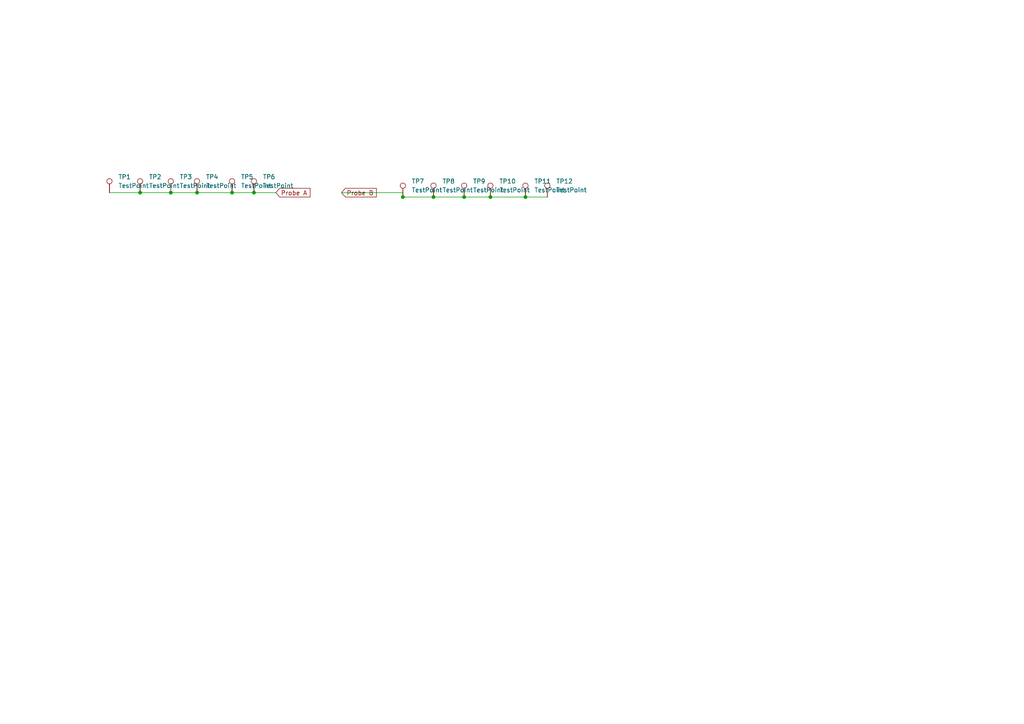
<source format=kicad_sch>
(kicad_sch (version 20211123) (generator eeschema)
  (paper "A4")
  (lib_symbols
    (symbol "Connector:TestPoint" (pin_numbers hide) (pin_names (offset 0.762) hide)
      (property "Reference" "TP" (at 0 6.858 0))
      (property "Value" "TestPoint" (at 0 5.08 0))
      (symbol "TestPoint_0_1"
        (circle (center 0 3.302) (radius 0.762))
      )
      (symbol "TestPoint_1_1"
        (pin passive line (at 0 0 90) (length 2.54) (name "1") (number "1"))
      )
    )
  )
  (junction (at 152.4 57.15))
  (junction (at 40.64 55.88))
  (junction (at 49.53 55.88))
  (junction (at 67.31 55.88))
  (junction (at 73.66 55.88))
  (junction (at 57.15 55.88))
  (junction (at 125.73 57.15))
  (junction (at 134.62 57.15))
  (junction (at 116.84 57.15))
  (junction (at 142.24 57.15))
  (wire (pts (xy 73.66 55.88) (xy 80.01 55.88)))
  (wire (pts (xy 99.06 55.88) (xy 116.84 55.88)))
  (wire (pts (xy 67.31 55.88) (xy 73.66 55.88)))
  (wire (pts (xy 116.84 57.15) (xy 125.73 57.15)))
  (wire (pts (xy 116.84 55.88) (xy 116.84 57.15)))
  (wire (pts (xy 57.15 55.88) (xy 67.31 55.88)))
  (wire (pts (xy 49.53 55.88) (xy 57.15 55.88)))
  (wire (pts (xy 31.75 55.88) (xy 40.64 55.88)))
  (wire (pts (xy 142.24 57.15) (xy 152.4 57.15)))
  (wire (pts (xy 134.62 57.15) (xy 142.24 57.15)))
  (wire (pts (xy 152.4 57.15) (xy 158.75 57.15)))
  (wire (pts (xy 40.64 55.88) (xy 49.53 55.88)))
  (wire (pts (xy 125.73 57.15) (xy 134.62 57.15)))
  (global_label "Probe B" (shape input) (at 99.06 55.88 0) (property "Intersheet References" "${INTERSHEET_REFS}" (effects hide)))
  (global_label "Probe A" (shape input) (at 80.01 55.88 0) (property "Intersheet References" "${INTERSHEET_REFS}" (effects hide)))
  (symbol (lib_id "Connector:TestPoint") (at 49.53 55.88 0) (unit 1)
    (property "Reference" "TP3" (at 52.07 51.3079 0) (effects (justify left)))
    (property "Value" "TestPoint" (at 52.07 53.8479 0) (effects (justify left)))
    (property "Footprint" "TestPoint:TestPoint_Pad_4.0x4.0mm" (effects hide))
  )
  (symbol (lib_id "Connector:TestPoint") (at 152.4 57.15 0) (unit 1)
    (property "Reference" "TP11" (at 154.94 52.5779 0) (effects (justify left)))
    (property "Value" "TestPoint" (at 154.94 55.1179 0) (effects (justify left)))
    (property "Footprint" "TestPoint:TestPoint_Pad_4.0x4.0mm" (effects hide))
  )
  (symbol (lib_id "Connector:TestPoint") (at 67.31 55.88 0) (unit 1)
    (property "Reference" "TP5" (at 69.85 51.3079 0) (effects (justify left)))
    (property "Value" "TestPoint" (at 69.85 53.8479 0) (effects (justify left)))
    (property "Footprint" "TestPoint:TestPoint_Pad_4.0x4.0mm" (effects hide))
  )
  (symbol (lib_id "Connector:TestPoint") (at 116.84 57.15 0) (unit 1)
    (property "Reference" "TP7" (at 119.38 52.5779 0) (effects (justify left)))
    (property "Value" "TestPoint" (at 119.38 55.1179 0) (effects (justify left)))
    (property "Footprint" "TestPoint:TestPoint_Pad_4.0x4.0mm" (effects hide))
  )
  (symbol (lib_id "Connector:TestPoint") (at 125.73 57.15 0) (unit 1)
    (property "Reference" "TP8" (at 128.27 52.5779 0) (effects (justify left)))
    (property "Value" "TestPoint" (at 128.27 55.1179 0) (effects (justify left)))
    (property "Footprint" "TestPoint:TestPoint_Pad_4.0x4.0mm" (effects hide))
  )
  (symbol (lib_id "Connector:TestPoint") (at 134.62 57.15 0) (unit 1)
    (property "Reference" "TP9" (at 137.16 52.5779 0) (effects (justify left)))
    (property "Value" "TestPoint" (at 137.16 55.1179 0) (effects (justify left)))
    (property "Footprint" "TestPoint:TestPoint_Pad_4.0x4.0mm" (effects hide))
  )
  (symbol (lib_id "Connector:TestPoint") (at 158.75 57.15 0) (unit 1)
    (property "Reference" "TP12" (at 161.29 52.5779 0) (effects (justify left)))
    (property "Value" "TestPoint" (at 161.29 55.1179 0) (effects (justify left)))
    (property "Footprint" "TestPoint:TestPoint_Pad_4.0x4.0mm" (effects hide))
  )
  (symbol (lib_id "Connector:TestPoint") (at 73.66 55.88 0) (unit 1)
    (property "Reference" "TP6" (at 76.2 51.3079 0) (effects (justify left)))
    (property "Value" "TestPoint" (at 76.2 53.8479 0) (effects (justify left)))
    (property "Footprint" "TestPoint:TestPoint_Pad_4.0x4.0mm" (effects hide))
  )
  (symbol (lib_id "Connector:TestPoint") (at 57.15 55.88 0) (unit 1)
    (property "Reference" "TP4" (at 59.69 51.3079 0) (effects (justify left)))
    (property "Value" "TestPoint" (at 59.69 53.8479 0) (effects (justify left)))
    (property "Footprint" "TestPoint:TestPoint_Pad_4.0x4.0mm" (effects hide))
  )
  (symbol (lib_id "Connector:TestPoint") (at 40.64 55.88 0) (unit 1)
    (property "Reference" "TP2" (at 43.18 51.3079 0) (effects (justify left)))
    (property "Value" "TestPoint" (at 43.18 53.8479 0) (effects (justify left)))
    (property "Footprint" "TestPoint:TestPoint_Pad_4.0x4.0mm" (effects hide))
  )
  (symbol (lib_id "Connector:TestPoint") (at 142.24 57.15 0) (unit 1)
    (property "Reference" "TP10" (at 144.78 52.5779 0) (effects (justify left)))
    (property "Value" "TestPoint" (at 144.78 55.1179 0) (effects (justify left)))
    (property "Footprint" "TestPoint:TestPoint_Pad_4.0x4.0mm" (effects hide))
  )
  (symbol (lib_id "Connector:TestPoint") (at 31.75 55.88 0) (unit 1)
    (property "Reference" "TP1" (at 34.29 51.3079 0) (effects (justify left)))
    (property "Value" "TestPoint" (at 34.29 53.8479 0) (effects (justify left)))
    (property "Footprint" "TestPoint:TestPoint_Pad_4.0x4.0mm" (effects hide))
  )
)
</source>
